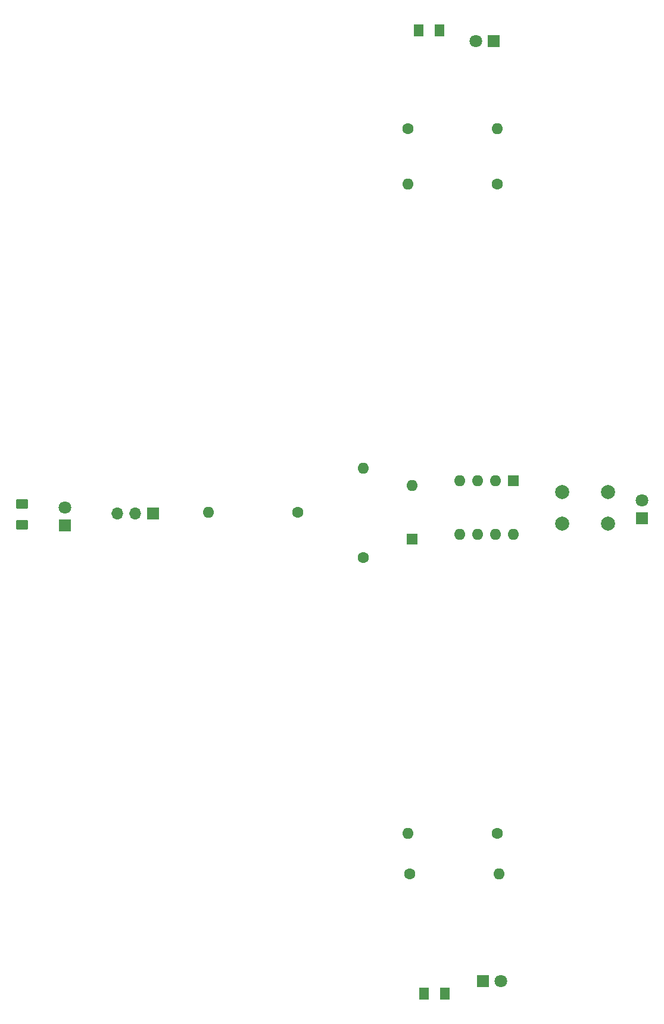
<source format=gts>
G04 #@! TF.GenerationSoftware,KiCad,Pcbnew,7.0.7*
G04 #@! TF.CreationDate,2023-12-10T19:07:21-06:00*
G04 #@! TF.ProjectId,airplane-keychain,61697270-6c61-46e6-952d-6b6579636861,1*
G04 #@! TF.SameCoordinates,Original*
G04 #@! TF.FileFunction,Soldermask,Top*
G04 #@! TF.FilePolarity,Negative*
%FSLAX46Y46*%
G04 Gerber Fmt 4.6, Leading zero omitted, Abs format (unit mm)*
G04 Created by KiCad (PCBNEW 7.0.7) date 2023-12-10 19:07:21*
%MOMM*%
%LPD*%
G01*
G04 APERTURE LIST*
G04 Aperture macros list*
%AMRoundRect*
0 Rectangle with rounded corners*
0 $1 Rounding radius*
0 $2 $3 $4 $5 $6 $7 $8 $9 X,Y pos of 4 corners*
0 Add a 4 corners polygon primitive as box body*
4,1,4,$2,$3,$4,$5,$6,$7,$8,$9,$2,$3,0*
0 Add four circle primitives for the rounded corners*
1,1,$1+$1,$2,$3*
1,1,$1+$1,$4,$5*
1,1,$1+$1,$6,$7*
1,1,$1+$1,$8,$9*
0 Add four rect primitives between the rounded corners*
20,1,$1+$1,$2,$3,$4,$5,0*
20,1,$1+$1,$4,$5,$6,$7,0*
20,1,$1+$1,$6,$7,$8,$9,0*
20,1,$1+$1,$8,$9,$2,$3,0*%
G04 Aperture macros list end*
%ADD10R,1.800000X1.800000*%
%ADD11C,1.800000*%
%ADD12RoundRect,0.250001X0.624999X-0.462499X0.624999X0.462499X-0.624999X0.462499X-0.624999X-0.462499X0*%
%ADD13RoundRect,0.250001X0.462499X0.624999X-0.462499X0.624999X-0.462499X-0.624999X0.462499X-0.624999X0*%
%ADD14C,1.600000*%
%ADD15O,1.600000X1.600000*%
%ADD16C,2.000000*%
%ADD17R,1.600000X1.600000*%
%ADD18R,1.700000X1.700000*%
%ADD19O,1.700000X1.700000*%
G04 APERTURE END LIST*
D10*
X88900000Y-97536000D03*
D11*
X88900000Y-94996000D03*
D12*
X82804000Y-97499500D03*
X82804000Y-94524500D03*
D13*
X142965500Y-164084000D03*
X139990500Y-164084000D03*
X142203500Y-27178000D03*
X139228500Y-27178000D03*
D14*
X131300000Y-102100000D03*
D15*
X131300000Y-89400000D03*
D14*
X122000000Y-95700000D03*
D15*
X109300000Y-95700000D03*
D14*
X137900000Y-147100000D03*
D15*
X150600000Y-147100000D03*
D14*
X137668000Y-41148000D03*
D15*
X150368000Y-41148000D03*
D14*
X150400000Y-141300000D03*
D15*
X137700000Y-141300000D03*
D14*
X150368000Y-49022000D03*
D15*
X137668000Y-49022000D03*
D16*
X159600000Y-92800000D03*
X166100000Y-92800000D03*
X159600000Y-97300000D03*
X166100000Y-97300000D03*
D17*
X138300000Y-99500000D03*
D15*
X138300000Y-91880000D03*
D10*
X148336000Y-162306000D03*
D11*
X150876000Y-162306000D03*
D10*
X149860000Y-28702000D03*
D11*
X147320000Y-28702000D03*
D10*
X170942000Y-96520000D03*
D11*
X170942000Y-93980000D03*
D18*
X101400000Y-95900000D03*
D19*
X98860000Y-95900000D03*
X96320000Y-95900000D03*
D17*
X152700000Y-91180000D03*
D15*
X150160000Y-91180000D03*
X147620000Y-91180000D03*
X145080000Y-91180000D03*
X145080000Y-98800000D03*
X147620000Y-98800000D03*
X150160000Y-98800000D03*
X152700000Y-98800000D03*
M02*

</source>
